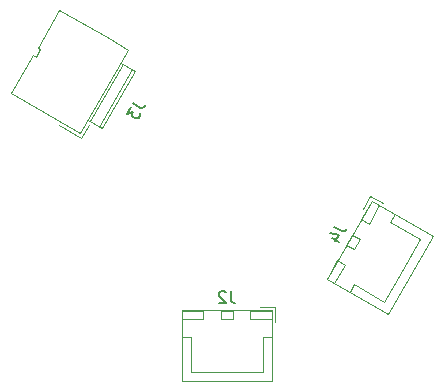
<source format=gbo>
G04 #@! TF.GenerationSoftware,KiCad,Pcbnew,(5.1.10)-1*
G04 #@! TF.CreationDate,2021-05-29T19:25:13+08:00*
G04 #@! TF.ProjectId,tiny2_V1.0,74696e79-325f-4563-912e-302e6b696361,rev?*
G04 #@! TF.SameCoordinates,Original*
G04 #@! TF.FileFunction,Legend,Bot*
G04 #@! TF.FilePolarity,Positive*
%FSLAX46Y46*%
G04 Gerber Fmt 4.6, Leading zero omitted, Abs format (unit mm)*
G04 Created by KiCad (PCBNEW (5.1.10)-1) date 2021-05-29 19:25:13*
%MOMM*%
%LPD*%
G01*
G04 APERTURE LIST*
%ADD10C,0.120000*%
%ADD11C,0.150000*%
G04 APERTURE END LIST*
D10*
X12512298Y-3271315D02*
X17682469Y-6256315D01*
X17682469Y-6256315D02*
X13872469Y-12855429D01*
X13872469Y-12855429D02*
X8702298Y-9870429D01*
X8702298Y-9870429D02*
X12512298Y-3271315D01*
X10865958Y-6142859D02*
X11515477Y-6517859D01*
X11515477Y-6517859D02*
X11015477Y-7383884D01*
X11015477Y-7383884D02*
X10365958Y-7008884D01*
X10365958Y-7008884D02*
X10865958Y-6142859D01*
X12515958Y-3284975D02*
X13165477Y-3659975D01*
X13165477Y-3659975D02*
X12265477Y-5218821D01*
X12265477Y-5218821D02*
X11615958Y-4843821D01*
X11615958Y-4843821D02*
X12515958Y-3284975D01*
X9615958Y-8307923D02*
X10265477Y-8682923D01*
X10265477Y-8682923D02*
X9365477Y-10241768D01*
X9365477Y-10241768D02*
X8715958Y-9866768D01*
X8715958Y-9866768D02*
X9615958Y-8307923D01*
X14464515Y-4409975D02*
X14089515Y-5059494D01*
X14089515Y-5059494D02*
X16644290Y-6534494D01*
X16644290Y-6534494D02*
X15119290Y-9175872D01*
X10664515Y-10991768D02*
X11039515Y-10342249D01*
X11039515Y-10342249D02*
X13594290Y-11817249D01*
X13594290Y-11817249D02*
X15119290Y-9175872D01*
X11781150Y-3957699D02*
X12406150Y-2875168D01*
X12406150Y-2875168D02*
X13488682Y-3500168D01*
X-12072904Y2038416D02*
X-13978160Y3138416D01*
X-11422904Y3164250D02*
X-12072904Y2038416D01*
X-15766063Y9701678D02*
X-13926063Y12888652D01*
X-16151063Y9034839D02*
X-17991063Y5847865D01*
X-16151063Y9034839D02*
X-15925896Y8904839D01*
X-15925896Y8904839D02*
X-15540896Y9571678D01*
X-15540896Y9571678D02*
X-15766063Y9701678D01*
X-11302545Y3452717D02*
X-8507545Y8293799D01*
X-10531783Y3007717D02*
X-7736783Y7848799D01*
X-8089051Y9518652D02*
X-9743160Y10473652D01*
X-12154051Y2477865D02*
X-13808160Y3432865D01*
X-10315276Y2882717D02*
X-7520276Y7723799D01*
X-8724051Y8418799D02*
X-7520276Y7723799D01*
X-11519051Y3577717D02*
X-10315276Y2882717D01*
X-12154051Y2477865D02*
X-8089051Y9518652D01*
X-13808160Y3432865D02*
X-17991063Y5847865D01*
X-13926063Y12888652D02*
X-9743160Y10473652D01*
X4055840Y-12556520D02*
X4055840Y-18526520D01*
X4055840Y-18526520D02*
X-3564160Y-18526520D01*
X-3564160Y-18526520D02*
X-3564160Y-12556520D01*
X-3564160Y-12556520D02*
X4055840Y-12556520D01*
X745840Y-12566520D02*
X745840Y-13316520D01*
X745840Y-13316520D02*
X-254160Y-13316520D01*
X-254160Y-13316520D02*
X-254160Y-12566520D01*
X-254160Y-12566520D02*
X745840Y-12566520D01*
X4045840Y-12566520D02*
X4045840Y-13316520D01*
X4045840Y-13316520D02*
X2245840Y-13316520D01*
X2245840Y-13316520D02*
X2245840Y-12566520D01*
X2245840Y-12566520D02*
X4045840Y-12566520D01*
X-1754160Y-12566520D02*
X-1754160Y-13316520D01*
X-1754160Y-13316520D02*
X-3554160Y-13316520D01*
X-3554160Y-13316520D02*
X-3554160Y-12566520D01*
X-3554160Y-12566520D02*
X-1754160Y-12566520D01*
X4045840Y-14816520D02*
X3295840Y-14816520D01*
X3295840Y-14816520D02*
X3295840Y-17766520D01*
X3295840Y-17766520D02*
X245840Y-17766520D01*
X-3554160Y-14816520D02*
X-2804160Y-14816520D01*
X-2804160Y-14816520D02*
X-2804160Y-17766520D01*
X-2804160Y-17766520D02*
X245840Y-17766520D01*
X3095840Y-12266520D02*
X4345840Y-12266520D01*
X4345840Y-12266520D02*
X4345840Y-13516520D01*
D11*
X9355744Y-5463387D02*
X9974334Y-5820530D01*
X10121861Y-5850719D01*
X10251959Y-5815859D01*
X10364627Y-5715951D01*
X10412246Y-5633472D01*
X9192038Y-6413600D02*
X9769389Y-6746934D01*
X8981172Y-6016928D02*
X9718809Y-6167874D01*
X9409285Y-6703985D01*
X-7681336Y4980073D02*
X-7062746Y4622930D01*
X-6915219Y4592741D01*
X-6785121Y4627601D01*
X-6672453Y4727509D01*
X-6624834Y4809988D01*
X-7871812Y4650159D02*
X-8181336Y4114048D01*
X-7684755Y4212247D01*
X-7756183Y4088529D01*
X-7762563Y3982241D01*
X-7745133Y3917192D01*
X-7686464Y3828333D01*
X-7480268Y3709286D01*
X-7373980Y3702906D01*
X-7308931Y3720336D01*
X-7220072Y3779005D01*
X-7077215Y4026441D01*
X-7070835Y4132729D01*
X-7088265Y4197778D01*
X579173Y-10918900D02*
X579173Y-11633186D01*
X626792Y-11776043D01*
X722030Y-11871281D01*
X864887Y-11918900D01*
X960125Y-11918900D01*
X150601Y-11014139D02*
X102982Y-10966520D01*
X7744Y-10918900D01*
X-230350Y-10918900D01*
X-325588Y-10966520D01*
X-373207Y-11014139D01*
X-420826Y-11109377D01*
X-420826Y-11204615D01*
X-373207Y-11347472D01*
X198220Y-11918900D01*
X-420826Y-11918900D01*
M02*

</source>
